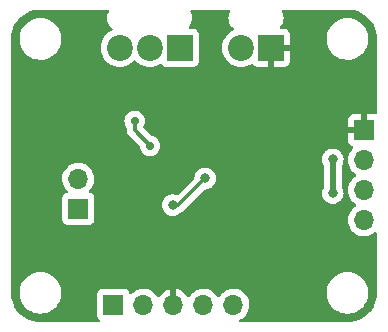
<source format=gbr>
%TF.GenerationSoftware,KiCad,Pcbnew,(6.0.8)*%
%TF.CreationDate,2023-04-06T01:35:20-05:00*%
%TF.ProjectId,Sensor_fixed_mosfet_pins,53656e73-6f72-45f6-9669-7865645f6d6f,rev?*%
%TF.SameCoordinates,Original*%
%TF.FileFunction,Copper,L2,Bot*%
%TF.FilePolarity,Positive*%
%FSLAX46Y46*%
G04 Gerber Fmt 4.6, Leading zero omitted, Abs format (unit mm)*
G04 Created by KiCad (PCBNEW (6.0.8)) date 2023-04-06 01:35:20*
%MOMM*%
%LPD*%
G01*
G04 APERTURE LIST*
%TA.AperFunction,ComponentPad*%
%ADD10R,1.700000X1.700000*%
%TD*%
%TA.AperFunction,ComponentPad*%
%ADD11O,1.700000X1.700000*%
%TD*%
%TA.AperFunction,ComponentPad*%
%ADD12R,2.200000X2.200000*%
%TD*%
%TA.AperFunction,ComponentPad*%
%ADD13C,2.200000*%
%TD*%
%TA.AperFunction,ViaPad*%
%ADD14C,0.800000*%
%TD*%
%TA.AperFunction,ViaPad*%
%ADD15C,0.700000*%
%TD*%
%TA.AperFunction,Conductor*%
%ADD16C,0.500000*%
%TD*%
%TA.AperFunction,Conductor*%
%ADD17C,0.300000*%
%TD*%
G04 APERTURE END LIST*
D10*
%TO.P,J2,1,Pin_1*%
%TO.N,MCLR*%
X-24825000Y74500000D03*
D11*
%TO.P,J2,2,Pin_2*%
%TO.N,+3.3V*%
X-22285000Y74500000D03*
%TO.P,J2,3,Pin_3*%
%TO.N,GND*%
X-19745000Y74500000D03*
%TO.P,J2,4,Pin_4*%
%TO.N,DATA*%
X-17205000Y74500000D03*
%TO.P,J2,5,Pin_5*%
%TO.N,CLK*%
X-14665000Y74500000D03*
%TD*%
D12*
%TO.P,J1,1,Pin_1*%
%TO.N,RA4*%
X-19210000Y96250000D03*
D13*
%TO.P,J1,2,Pin_2*%
%TO.N,RA5*%
X-21750000Y96250000D03*
%TO.P,J1,3,Pin_3*%
%TO.N,+3.3V*%
X-24290000Y96250000D03*
%TD*%
D10*
%TO.P,J4,1,Pin_1*%
%TO.N,GND*%
X-3600000Y89280000D03*
D11*
%TO.P,J4,2,Pin_2*%
%TO.N,STX*%
X-3600000Y86740000D03*
%TO.P,J4,3,Pin_3*%
%TO.N,SRX*%
X-3600000Y84200000D03*
%TO.P,J4,4,Pin_4*%
%TO.N,+5V*%
X-3600000Y81660000D03*
%TD*%
D12*
%TO.P,J3,1,Pin_1*%
%TO.N,GND*%
X-11480000Y96250000D03*
D13*
%TO.P,J3,2,Pin_2*%
%TO.N,+5V*%
X-14020000Y96250000D03*
%TD*%
D10*
%TO.P,JP1,1,A*%
%TO.N,Net-(C2-Pad1)*%
X-27800000Y82625000D03*
D11*
%TO.P,JP1,2,B*%
%TO.N,Net-(JP1-Pad2)*%
X-27800000Y85165000D03*
%TD*%
D14*
%TO.N,GND*%
X-19800000Y90200000D03*
X-30500000Y86250000D03*
%TO.N,+5V*%
X-6250000Y86803500D03*
X-6250000Y83946500D03*
D15*
%TO.N,+3.3V*%
X-23032806Y90053500D03*
D14*
X-17056839Y85193161D03*
D15*
X-21719060Y87942541D03*
D14*
X-19818161Y82931839D03*
%TD*%
D16*
%TO.N,+5V*%
X-6250000Y86803500D02*
X-6250000Y83946500D01*
D17*
%TO.N,+3.3V*%
X-19318161Y82931839D02*
X-19818161Y82931839D01*
X-23032806Y89256287D02*
X-21719060Y87942541D01*
X-17056839Y85193161D02*
X-19318161Y82931839D01*
X-23032806Y90053500D02*
X-23032806Y89256287D01*
%TD*%
%TA.AperFunction,Conductor*%
%TO.N,GND*%
G36*
X-25257320Y99471498D02*
G01*
X-25210827Y99417842D01*
X-25200723Y99347568D01*
X-25214605Y99305572D01*
X-25267584Y99207590D01*
X-25267586Y99207585D01*
X-25270514Y99202170D01*
X-25331898Y99003871D01*
X-25332542Y98997746D01*
X-25332542Y98997745D01*
X-25334074Y98983164D01*
X-25353596Y98797425D01*
X-25351687Y98776446D01*
X-25340867Y98657564D01*
X-25334782Y98590697D01*
X-25333044Y98584791D01*
X-25333043Y98584787D01*
X-25328339Y98568804D01*
X-25276173Y98391560D01*
X-25180001Y98207600D01*
X-25049929Y98045823D01*
X-25045211Y98041865D01*
X-25045209Y98041862D01*
X-24914119Y97931864D01*
X-24874793Y97872755D01*
X-24873667Y97801767D01*
X-24911098Y97741439D01*
X-24946892Y97718935D01*
X-24948460Y97718285D01*
X-25017928Y97689511D01*
X-25017932Y97689509D01*
X-25022502Y97687616D01*
X-25238376Y97555328D01*
X-25430898Y97390898D01*
X-25595328Y97198376D01*
X-25727616Y96982502D01*
X-25729509Y96977932D01*
X-25729511Y96977928D01*
X-25822611Y96753164D01*
X-25824505Y96748591D01*
X-25825660Y96743779D01*
X-25882151Y96508475D01*
X-25883609Y96502403D01*
X-25903474Y96250000D01*
X-25883609Y95997597D01*
X-25882455Y95992790D01*
X-25882454Y95992784D01*
X-25857016Y95886829D01*
X-25824505Y95751409D01*
X-25822612Y95746838D01*
X-25822611Y95746836D01*
X-25736128Y95538049D01*
X-25727616Y95517498D01*
X-25595328Y95301624D01*
X-25430898Y95109102D01*
X-25238376Y94944672D01*
X-25022502Y94812384D01*
X-25017932Y94810491D01*
X-25017928Y94810489D01*
X-24947599Y94781358D01*
X-24788591Y94715495D01*
X-24708358Y94696233D01*
X-24547216Y94657546D01*
X-24547210Y94657545D01*
X-24542403Y94656391D01*
X-24290000Y94636526D01*
X-24037597Y94656391D01*
X-24032790Y94657545D01*
X-24032784Y94657546D01*
X-23871642Y94696233D01*
X-23791409Y94715495D01*
X-23632401Y94781358D01*
X-23562072Y94810489D01*
X-23562068Y94810491D01*
X-23557498Y94812384D01*
X-23341624Y94944672D01*
X-23149102Y95109102D01*
X-23145894Y95112858D01*
X-23145887Y95112865D01*
X-23115810Y95148080D01*
X-23056359Y95186889D01*
X-22985365Y95187395D01*
X-22924190Y95148080D01*
X-22894113Y95112865D01*
X-22894106Y95112858D01*
X-22890898Y95109102D01*
X-22698376Y94944672D01*
X-22482502Y94812384D01*
X-22477932Y94810491D01*
X-22477928Y94810489D01*
X-22407599Y94781358D01*
X-22248591Y94715495D01*
X-22168358Y94696233D01*
X-22007216Y94657546D01*
X-22007210Y94657545D01*
X-22002403Y94656391D01*
X-21750000Y94636526D01*
X-21497597Y94656391D01*
X-21492790Y94657545D01*
X-21492784Y94657546D01*
X-21331642Y94696233D01*
X-21251409Y94715495D01*
X-21092401Y94781358D01*
X-21022072Y94810489D01*
X-21022068Y94810491D01*
X-21017498Y94812384D01*
X-20892614Y94888913D01*
X-20824080Y94907451D01*
X-20756404Y94885995D01*
X-20725954Y94857047D01*
X-20673261Y94786739D01*
X-20556705Y94699385D01*
X-20420316Y94648255D01*
X-20358134Y94641500D01*
X-18061866Y94641500D01*
X-17999684Y94648255D01*
X-17863295Y94699385D01*
X-17746739Y94786739D01*
X-17659385Y94903295D01*
X-17608255Y95039684D01*
X-17601500Y95101866D01*
X-17601500Y97398134D01*
X-17608255Y97460316D01*
X-17659385Y97596705D01*
X-17746739Y97713261D01*
X-17863295Y97800615D01*
X-17999684Y97851745D01*
X-18061866Y97858500D01*
X-18339022Y97858500D01*
X-18407143Y97878502D01*
X-18453636Y97932158D01*
X-18463740Y98002432D01*
X-18436106Y98064816D01*
X-18432151Y98069596D01*
X-18328217Y98195230D01*
X-18324124Y98202799D01*
X-18232416Y98372410D01*
X-18232414Y98372415D01*
X-18229486Y98377830D01*
X-18168102Y98576129D01*
X-18166293Y98593340D01*
X-18147048Y98776446D01*
X-18147048Y98776448D01*
X-18146404Y98782575D01*
X-18165218Y98989303D01*
X-18167702Y98997745D01*
X-18222088Y99182531D01*
X-18223827Y99188440D01*
X-18285874Y99307125D01*
X-18299708Y99376760D01*
X-18273698Y99442821D01*
X-18216102Y99484333D01*
X-18174212Y99491500D01*
X-15055441Y99491500D01*
X-14987320Y99471498D01*
X-14940827Y99417842D01*
X-14930723Y99347568D01*
X-14944605Y99305572D01*
X-14997584Y99207590D01*
X-14997586Y99207585D01*
X-15000514Y99202170D01*
X-15061898Y99003871D01*
X-15062542Y98997746D01*
X-15062542Y98997745D01*
X-15064074Y98983164D01*
X-15083596Y98797425D01*
X-15081687Y98776446D01*
X-15070867Y98657564D01*
X-15064782Y98590697D01*
X-15063044Y98584791D01*
X-15063043Y98584787D01*
X-15058339Y98568804D01*
X-15006173Y98391560D01*
X-14910001Y98207600D01*
X-14779929Y98045823D01*
X-14775211Y98041865D01*
X-14775209Y98041862D01*
X-14644119Y97931864D01*
X-14604793Y97872755D01*
X-14603667Y97801767D01*
X-14641098Y97741439D01*
X-14676892Y97718935D01*
X-14678460Y97718285D01*
X-14747928Y97689511D01*
X-14747932Y97689509D01*
X-14752502Y97687616D01*
X-14968376Y97555328D01*
X-15160898Y97390898D01*
X-15325328Y97198376D01*
X-15457616Y96982502D01*
X-15459509Y96977932D01*
X-15459511Y96977928D01*
X-15552611Y96753164D01*
X-15554505Y96748591D01*
X-15555660Y96743779D01*
X-15612151Y96508475D01*
X-15613609Y96502403D01*
X-15633474Y96250000D01*
X-15613609Y95997597D01*
X-15612455Y95992790D01*
X-15612454Y95992784D01*
X-15587016Y95886829D01*
X-15554505Y95751409D01*
X-15552612Y95746838D01*
X-15552611Y95746836D01*
X-15466128Y95538049D01*
X-15457616Y95517498D01*
X-15325328Y95301624D01*
X-15160898Y95109102D01*
X-14968376Y94944672D01*
X-14752502Y94812384D01*
X-14747932Y94810491D01*
X-14747928Y94810489D01*
X-14677599Y94781358D01*
X-14518591Y94715495D01*
X-14438358Y94696233D01*
X-14277216Y94657546D01*
X-14277210Y94657545D01*
X-14272403Y94656391D01*
X-14020000Y94636526D01*
X-13767597Y94656391D01*
X-13762790Y94657545D01*
X-13762784Y94657546D01*
X-13601642Y94696233D01*
X-13521409Y94715495D01*
X-13362401Y94781358D01*
X-13292072Y94810489D01*
X-13292068Y94810491D01*
X-13287498Y94812384D01*
X-13283278Y94814970D01*
X-13283268Y94814975D01*
X-13162186Y94889175D01*
X-13093653Y94907714D01*
X-13025976Y94886258D01*
X-12995525Y94857308D01*
X-12948285Y94794276D01*
X-12935724Y94781715D01*
X-12833649Y94705214D01*
X-12818054Y94696676D01*
X-12697606Y94651522D01*
X-12682351Y94647895D01*
X-12631486Y94642369D01*
X-12624672Y94642000D01*
X-11752115Y94642000D01*
X-11736876Y94646475D01*
X-11735671Y94647865D01*
X-11734000Y94655548D01*
X-11734000Y94660116D01*
X-11226000Y94660116D01*
X-11221525Y94644877D01*
X-11220135Y94643672D01*
X-11212452Y94642001D01*
X-10335331Y94642001D01*
X-10328510Y94642371D01*
X-10277648Y94647895D01*
X-10262396Y94651521D01*
X-10141946Y94696676D01*
X-10126351Y94705214D01*
X-10024276Y94781715D01*
X-10011715Y94794276D01*
X-9935214Y94896351D01*
X-9926676Y94911946D01*
X-9881522Y95032394D01*
X-9877895Y95047649D01*
X-9872369Y95098514D01*
X-9872000Y95105328D01*
X-9872000Y95977885D01*
X-9876475Y95993124D01*
X-9877865Y95994329D01*
X-9885548Y95996000D01*
X-11207885Y95996000D01*
X-11223124Y95991525D01*
X-11224329Y95990135D01*
X-11226000Y95982452D01*
X-11226000Y94660116D01*
X-11734000Y94660116D01*
X-11734000Y96378000D01*
X-11713998Y96446121D01*
X-11660342Y96492614D01*
X-11608000Y96504000D01*
X-9890116Y96504000D01*
X-9874877Y96508475D01*
X-9873672Y96509865D01*
X-9872001Y96517548D01*
X-9872001Y96892345D01*
X-6760142Y96892345D01*
X-6724896Y96633362D01*
X-6723588Y96628876D01*
X-6723588Y96628874D01*
X-6703902Y96561336D01*
X-6651757Y96382433D01*
X-6542332Y96145072D01*
X-6539769Y96141163D01*
X-6401590Y95930404D01*
X-6401586Y95930399D01*
X-6399024Y95926491D01*
X-6224982Y95731494D01*
X-6024030Y95564363D01*
X-6020027Y95561934D01*
X-5804578Y95431196D01*
X-5804574Y95431194D01*
X-5800581Y95428771D01*
X-5559545Y95327697D01*
X-5306217Y95263359D01*
X-5301566Y95262891D01*
X-5301562Y95262890D01*
X-5108692Y95243469D01*
X-5089133Y95241500D01*
X-4933646Y95241500D01*
X-4931321Y95241673D01*
X-4931315Y95241673D01*
X-4744000Y95255593D01*
X-4743996Y95255594D01*
X-4739348Y95255939D01*
X-4734800Y95256968D01*
X-4734794Y95256969D01*
X-4518828Y95305838D01*
X-4484423Y95313623D01*
X-4448231Y95327697D01*
X-4245176Y95406660D01*
X-4245173Y95406661D01*
X-4240823Y95408353D01*
X-4013902Y95538049D01*
X-3808643Y95699862D01*
X-3629557Y95890237D01*
X-3480576Y96104991D01*
X-3411497Y96245070D01*
X-3367040Y96335219D01*
X-3367039Y96335222D01*
X-3364975Y96339407D01*
X-3285293Y96588335D01*
X-3243279Y96846307D01*
X-3239858Y97107655D01*
X-3275104Y97366638D01*
X-3289527Y97416123D01*
X-3339846Y97588757D01*
X-3348243Y97617567D01*
X-3457668Y97854928D01*
X-3551030Y97997329D01*
X-3598410Y98069596D01*
X-3598414Y98069601D01*
X-3600976Y98073509D01*
X-3775018Y98268506D01*
X-3975970Y98435637D01*
X-4023156Y98464270D01*
X-4195422Y98568804D01*
X-4195426Y98568806D01*
X-4199419Y98571229D01*
X-4440455Y98672303D01*
X-4693783Y98736641D01*
X-4698434Y98737109D01*
X-4698438Y98737110D01*
X-4907729Y98758184D01*
X-4910867Y98758500D01*
X-5066354Y98758500D01*
X-5068679Y98758327D01*
X-5068685Y98758327D01*
X-5256000Y98744407D01*
X-5256004Y98744406D01*
X-5260652Y98744061D01*
X-5265200Y98743032D01*
X-5265206Y98743031D01*
X-5451601Y98700853D01*
X-5515577Y98686377D01*
X-5519929Y98684685D01*
X-5519931Y98684684D01*
X-5754824Y98593340D01*
X-5754827Y98593339D01*
X-5759177Y98591647D01*
X-5763231Y98589330D01*
X-5763233Y98589329D01*
X-5799144Y98568804D01*
X-5986098Y98461951D01*
X-6191357Y98300138D01*
X-6370443Y98109763D01*
X-6476116Y97957437D01*
X-6513126Y97904087D01*
X-6519424Y97895009D01*
X-6521490Y97890819D01*
X-6521492Y97890816D01*
X-6622976Y97685025D01*
X-6635025Y97660593D01*
X-6636447Y97656150D01*
X-6636448Y97656148D01*
X-6701683Y97452352D01*
X-6714707Y97411665D01*
X-6756721Y97153693D01*
X-6756782Y97149020D01*
X-6758698Y97002625D01*
X-6760142Y96892345D01*
X-9872001Y96892345D01*
X-9872001Y97394669D01*
X-9872371Y97401490D01*
X-9877895Y97452352D01*
X-9881521Y97467604D01*
X-9926676Y97588054D01*
X-9935214Y97603649D01*
X-10011715Y97705724D01*
X-10024276Y97718285D01*
X-10126351Y97794786D01*
X-10141946Y97803324D01*
X-10262394Y97848478D01*
X-10277649Y97852105D01*
X-10328514Y97857631D01*
X-10335328Y97858000D01*
X-10609435Y97858000D01*
X-10677556Y97878002D01*
X-10724049Y97931658D01*
X-10734153Y98001932D01*
X-10706519Y98064316D01*
X-10602145Y98190482D01*
X-10598217Y98195230D01*
X-10594124Y98202799D01*
X-10502416Y98372410D01*
X-10502414Y98372415D01*
X-10499486Y98377830D01*
X-10438102Y98576129D01*
X-10436293Y98593340D01*
X-10417048Y98776446D01*
X-10417048Y98776448D01*
X-10416404Y98782575D01*
X-10435218Y98989303D01*
X-10437702Y98997745D01*
X-10492088Y99182531D01*
X-10493827Y99188440D01*
X-10555874Y99307125D01*
X-10569708Y99376760D01*
X-10543698Y99442821D01*
X-10486102Y99484333D01*
X-10444212Y99491500D01*
X-5049367Y99491500D01*
X-5029982Y99490000D01*
X-5015149Y99487690D01*
X-5015145Y99487690D01*
X-5006276Y99486309D01*
X-4989077Y99488558D01*
X-4965137Y99489391D01*
X-4707290Y99473794D01*
X-4692186Y99471960D01*
X-4411243Y99420475D01*
X-4396470Y99416834D01*
X-4123771Y99331858D01*
X-4109553Y99326466D01*
X-3891779Y99228453D01*
X-3849094Y99209242D01*
X-3835622Y99202172D01*
X-3803132Y99182531D01*
X-3591191Y99054408D01*
X-3578669Y99045765D01*
X-3353824Y98869610D01*
X-3342436Y98859520D01*
X-3140480Y98657564D01*
X-3130390Y98646176D01*
X-2954235Y98421331D01*
X-2945592Y98408809D01*
X-2797829Y98164379D01*
X-2790759Y98150908D01*
X-2673700Y97890816D01*
X-2673536Y97890451D01*
X-2668142Y97876229D01*
X-2609368Y97687616D01*
X-2583166Y97603530D01*
X-2579525Y97588757D01*
X-2528040Y97307814D01*
X-2526206Y97292710D01*
X-2511047Y97042096D01*
X-2512308Y97015284D01*
X-2512310Y97015148D01*
X-2513691Y97006276D01*
X-2512527Y96997374D01*
X-2512527Y96997372D01*
X-2509564Y96974717D01*
X-2508500Y96958379D01*
X-2508500Y90757418D01*
X-2528502Y90689297D01*
X-2582158Y90642804D01*
X-2648108Y90632155D01*
X-2698514Y90637631D01*
X-2705328Y90638000D01*
X-3327885Y90638000D01*
X-3343124Y90633525D01*
X-3344329Y90632135D01*
X-3346000Y90624452D01*
X-3346000Y89152000D01*
X-3366002Y89083879D01*
X-3419658Y89037386D01*
X-3472000Y89026000D01*
X-4939884Y89026000D01*
X-4955123Y89021525D01*
X-4956328Y89020135D01*
X-4957999Y89012452D01*
X-4957999Y88385331D01*
X-4957629Y88378510D01*
X-4952105Y88327648D01*
X-4948479Y88312396D01*
X-4903324Y88191946D01*
X-4894786Y88176351D01*
X-4818285Y88074276D01*
X-4805724Y88061715D01*
X-4703649Y87985214D01*
X-4688054Y87976676D01*
X-4579173Y87935858D01*
X-4522409Y87893216D01*
X-4497709Y87826655D01*
X-4512917Y87757306D01*
X-4532309Y87730825D01*
X-4586931Y87673666D01*
X-4659371Y87597862D01*
X-4662285Y87593590D01*
X-4662286Y87593589D01*
X-4735508Y87486249D01*
X-4785257Y87413320D01*
X-4879312Y87210695D01*
X-4939011Y86995430D01*
X-4962749Y86773305D01*
X-4962452Y86768152D01*
X-4962452Y86768149D01*
X-4953539Y86613572D01*
X-4949890Y86550285D01*
X-4948753Y86545239D01*
X-4948752Y86545233D01*
X-4934916Y86483839D01*
X-4900778Y86332361D01*
X-4816734Y86125384D01*
X-4777865Y86061955D01*
X-4731910Y85986964D01*
X-4700013Y85934912D01*
X-4553750Y85766062D01*
X-4381874Y85623368D01*
X-4353499Y85606787D01*
X-4308555Y85580524D01*
X-4259831Y85528886D01*
X-4246760Y85459103D01*
X-4273491Y85393331D01*
X-4313945Y85359973D01*
X-4326393Y85353493D01*
X-4330526Y85350390D01*
X-4330529Y85350388D01*
X-4500900Y85222470D01*
X-4505035Y85219365D01*
X-4659371Y85057862D01*
X-4662285Y85053590D01*
X-4662286Y85053589D01*
X-4692159Y85009796D01*
X-4785257Y84873320D01*
X-4879312Y84670695D01*
X-4939011Y84455430D01*
X-4962749Y84233305D01*
X-4962452Y84228152D01*
X-4962452Y84228149D01*
X-4952086Y84048368D01*
X-4949890Y84010285D01*
X-4948753Y84005239D01*
X-4948752Y84005233D01*
X-4940561Y83968888D01*
X-4900778Y83792361D01*
X-4839327Y83641024D01*
X-4828592Y83614588D01*
X-4816734Y83585384D01*
X-4700013Y83394912D01*
X-4553750Y83226062D01*
X-4381874Y83083368D01*
X-4353499Y83066787D01*
X-4308555Y83040524D01*
X-4259831Y82988886D01*
X-4246760Y82919103D01*
X-4273491Y82853331D01*
X-4313945Y82819973D01*
X-4326393Y82813493D01*
X-4330526Y82810390D01*
X-4330529Y82810388D01*
X-4500900Y82682470D01*
X-4505035Y82679365D01*
X-4508607Y82675627D01*
X-4612826Y82566568D01*
X-4659371Y82517862D01*
X-4662285Y82513590D01*
X-4662286Y82513589D01*
X-4702862Y82454107D01*
X-4785257Y82333320D01*
X-4805850Y82288956D01*
X-4875904Y82138036D01*
X-4879312Y82130695D01*
X-4939011Y81915430D01*
X-4962749Y81693305D01*
X-4962452Y81688152D01*
X-4962452Y81688149D01*
X-4950188Y81475453D01*
X-4949890Y81470285D01*
X-4948753Y81465239D01*
X-4948752Y81465233D01*
X-4938314Y81418919D01*
X-4900778Y81252361D01*
X-4816734Y81045384D01*
X-4700013Y80854912D01*
X-4553750Y80686062D01*
X-4381874Y80543368D01*
X-4189000Y80430662D01*
X-3980308Y80350970D01*
X-3975240Y80349939D01*
X-3975237Y80349938D01*
X-3867983Y80328117D01*
X-3761403Y80306433D01*
X-3756228Y80306243D01*
X-3756226Y80306243D01*
X-3543327Y80298436D01*
X-3543323Y80298436D01*
X-3538163Y80298247D01*
X-3533043Y80298903D01*
X-3533041Y80298903D01*
X-3321712Y80325975D01*
X-3321711Y80325975D01*
X-3316584Y80326632D01*
X-3311634Y80328117D01*
X-3107571Y80389339D01*
X-3107566Y80389341D01*
X-3102616Y80390826D01*
X-2902006Y80489104D01*
X-2720140Y80618827D01*
X-2716478Y80622476D01*
X-2715825Y80623028D01*
X-2650883Y80651717D01*
X-2580740Y80640742D01*
X-2527665Y80593587D01*
X-2508500Y80526787D01*
X-2508500Y75549367D01*
X-2510000Y75529982D01*
X-2512310Y75515149D01*
X-2512310Y75515145D01*
X-2513691Y75506276D01*
X-2511923Y75492760D01*
X-2511442Y75489081D01*
X-2510609Y75465137D01*
X-2526206Y75207290D01*
X-2528040Y75192186D01*
X-2579525Y74911243D01*
X-2583166Y74896470D01*
X-2637333Y74722639D01*
X-2668140Y74623776D01*
X-2673534Y74609553D01*
X-2752810Y74433410D01*
X-2790758Y74349094D01*
X-2797829Y74335621D01*
X-2945592Y74091191D01*
X-2954235Y74078669D01*
X-3130390Y73853824D01*
X-3140480Y73842436D01*
X-3342436Y73640480D01*
X-3353824Y73630390D01*
X-3576634Y73455829D01*
X-3578669Y73454235D01*
X-3591190Y73445593D01*
X-3835621Y73297829D01*
X-3849092Y73290759D01*
X-4109553Y73173534D01*
X-4123771Y73168142D01*
X-4317904Y73107648D01*
X-4396470Y73083166D01*
X-4411243Y73079525D01*
X-4692186Y73028040D01*
X-4707290Y73026206D01*
X-4957904Y73011047D01*
X-4984716Y73012308D01*
X-4984852Y73012310D01*
X-4993724Y73013691D01*
X-5002626Y73012527D01*
X-5002628Y73012527D01*
X-5017293Y73010609D01*
X-5025286Y73009564D01*
X-5041621Y73008500D01*
X-14077840Y73008500D01*
X-14145961Y73028502D01*
X-14192454Y73082158D01*
X-14202558Y73152432D01*
X-14173064Y73217012D01*
X-14133272Y73247651D01*
X-13971654Y73326827D01*
X-13967006Y73329104D01*
X-13785140Y73458827D01*
X-13626904Y73616511D01*
X-13613556Y73635086D01*
X-13499565Y73793723D01*
X-13496547Y73797923D01*
X-13488787Y73813623D01*
X-13399864Y73993547D01*
X-13399863Y73993549D01*
X-13397570Y73998189D01*
X-13332630Y74211931D01*
X-13303471Y74433410D01*
X-13301844Y74500000D01*
X-13320148Y74722639D01*
X-13374569Y74939298D01*
X-13463646Y75144160D01*
X-13584986Y75331723D01*
X-13640148Y75392345D01*
X-6760142Y75392345D01*
X-6724896Y75133362D01*
X-6723588Y75128876D01*
X-6723588Y75128874D01*
X-6703902Y75061336D01*
X-6651757Y74882433D01*
X-6542332Y74645072D01*
X-6539769Y74641163D01*
X-6401590Y74430404D01*
X-6401586Y74430399D01*
X-6399024Y74426491D01*
X-6224982Y74231494D01*
X-6024030Y74064363D01*
X-6020027Y74061934D01*
X-5804578Y73931196D01*
X-5804574Y73931194D01*
X-5800581Y73928771D01*
X-5559545Y73827697D01*
X-5306217Y73763359D01*
X-5301566Y73762891D01*
X-5301562Y73762890D01*
X-5108692Y73743469D01*
X-5089133Y73741500D01*
X-4933646Y73741500D01*
X-4931321Y73741673D01*
X-4931315Y73741673D01*
X-4744000Y73755593D01*
X-4743996Y73755594D01*
X-4739348Y73755939D01*
X-4734800Y73756968D01*
X-4734794Y73756969D01*
X-4533305Y73802562D01*
X-4484423Y73813623D01*
X-4455537Y73824856D01*
X-4245176Y73906660D01*
X-4245173Y73906661D01*
X-4240823Y73908353D01*
X-4013902Y74038049D01*
X-3808643Y74199862D01*
X-3629557Y74390237D01*
X-3480576Y74604991D01*
X-3458716Y74649318D01*
X-3367040Y74835219D01*
X-3367039Y74835222D01*
X-3364975Y74839407D01*
X-3285293Y75088335D01*
X-3243279Y75346307D01*
X-3241307Y75496949D01*
X-3239919Y75602978D01*
X-3239919Y75602981D01*
X-3239858Y75607655D01*
X-3275104Y75866638D01*
X-3289527Y75916123D01*
X-3346932Y76113068D01*
X-3348243Y76117567D01*
X-3457668Y76354928D01*
X-3490481Y76404976D01*
X-3598410Y76569596D01*
X-3598414Y76569601D01*
X-3600976Y76573509D01*
X-3775018Y76768506D01*
X-3975970Y76935637D01*
X-4023156Y76964270D01*
X-4195422Y77068804D01*
X-4195426Y77068806D01*
X-4199419Y77071229D01*
X-4440455Y77172303D01*
X-4693783Y77236641D01*
X-4698434Y77237109D01*
X-4698438Y77237110D01*
X-4907729Y77258184D01*
X-4910867Y77258500D01*
X-5066354Y77258500D01*
X-5068679Y77258327D01*
X-5068685Y77258327D01*
X-5256000Y77244407D01*
X-5256004Y77244406D01*
X-5260652Y77244061D01*
X-5265200Y77243032D01*
X-5265206Y77243031D01*
X-5451601Y77200853D01*
X-5515577Y77186377D01*
X-5519929Y77184685D01*
X-5519931Y77184684D01*
X-5754824Y77093340D01*
X-5754827Y77093339D01*
X-5759177Y77091647D01*
X-5986098Y76961951D01*
X-6191357Y76800138D01*
X-6370443Y76609763D01*
X-6519424Y76395009D01*
X-6635025Y76160593D01*
X-6714707Y75911665D01*
X-6756721Y75653693D01*
X-6756782Y75649020D01*
X-6759584Y75434936D01*
X-6760142Y75392345D01*
X-13640148Y75392345D01*
X-13735330Y75496949D01*
X-13739381Y75500148D01*
X-13739385Y75500152D01*
X-13906586Y75632200D01*
X-13906590Y75632202D01*
X-13910641Y75635402D01*
X-13946972Y75655458D01*
X-13962864Y75664231D01*
X-14106211Y75743362D01*
X-14111080Y75745086D01*
X-14111084Y75745088D01*
X-14311913Y75816205D01*
X-14311917Y75816206D01*
X-14316788Y75817931D01*
X-14321881Y75818838D01*
X-14321884Y75818839D01*
X-14531627Y75856200D01*
X-14531633Y75856201D01*
X-14536716Y75857106D01*
X-14610548Y75858008D01*
X-14754919Y75859772D01*
X-14754921Y75859772D01*
X-14760089Y75859835D01*
X-14980909Y75826045D01*
X-15193244Y75756643D01*
X-15266243Y75718642D01*
X-15382143Y75658308D01*
X-15391393Y75653493D01*
X-15395526Y75650390D01*
X-15395529Y75650388D01*
X-15562153Y75525283D01*
X-15570035Y75519365D01*
X-15619393Y75467715D01*
X-15681271Y75402963D01*
X-15724371Y75357862D01*
X-15831799Y75200379D01*
X-15886707Y75155379D01*
X-15957232Y75147208D01*
X-16020979Y75178462D01*
X-16041676Y75202946D01*
X-16122178Y75327383D01*
X-16122180Y75327386D01*
X-16124986Y75331723D01*
X-16275330Y75496949D01*
X-16279381Y75500148D01*
X-16279385Y75500152D01*
X-16446586Y75632200D01*
X-16446590Y75632202D01*
X-16450641Y75635402D01*
X-16486972Y75655458D01*
X-16502864Y75664231D01*
X-16646211Y75743362D01*
X-16651080Y75745086D01*
X-16651084Y75745088D01*
X-16851913Y75816205D01*
X-16851917Y75816206D01*
X-16856788Y75817931D01*
X-16861881Y75818838D01*
X-16861884Y75818839D01*
X-17071627Y75856200D01*
X-17071633Y75856201D01*
X-17076716Y75857106D01*
X-17150548Y75858008D01*
X-17294919Y75859772D01*
X-17294921Y75859772D01*
X-17300089Y75859835D01*
X-17520909Y75826045D01*
X-17733244Y75756643D01*
X-17806243Y75718642D01*
X-17922143Y75658308D01*
X-17931393Y75653493D01*
X-17935526Y75650390D01*
X-17935529Y75650388D01*
X-18102153Y75525283D01*
X-18110035Y75519365D01*
X-18159393Y75467715D01*
X-18221271Y75402963D01*
X-18264371Y75357862D01*
X-18267280Y75353597D01*
X-18267286Y75353589D01*
X-18279596Y75335543D01*
X-18371796Y75200382D01*
X-18372102Y75199934D01*
X-18427013Y75154931D01*
X-18497538Y75146760D01*
X-18561285Y75178014D01*
X-18581982Y75202498D01*
X-18662574Y75327074D01*
X-18668864Y75335243D01*
X-18812194Y75492760D01*
X-18819727Y75499785D01*
X-18986861Y75631778D01*
X-18995448Y75637483D01*
X-19181883Y75740401D01*
X-19191295Y75744631D01*
X-19392041Y75815720D01*
X-19402012Y75818354D01*
X-19473163Y75831028D01*
X-19486460Y75829568D01*
X-19491000Y75815011D01*
X-19491000Y74372000D01*
X-19511002Y74303879D01*
X-19564658Y74257386D01*
X-19617000Y74246000D01*
X-19873000Y74246000D01*
X-19941121Y74266002D01*
X-19987614Y74319658D01*
X-19999000Y74372000D01*
X-19999000Y75816898D01*
X-20002918Y75830242D01*
X-20017194Y75832229D01*
X-20055676Y75826340D01*
X-20065712Y75823949D01*
X-20268132Y75757788D01*
X-20277641Y75753791D01*
X-20466537Y75655458D01*
X-20475262Y75649964D01*
X-20645567Y75522095D01*
X-20653274Y75515252D01*
X-20800410Y75361283D01*
X-20806891Y75353278D01*
X-20911502Y75199926D01*
X-20966413Y75154924D01*
X-21036938Y75146753D01*
X-21100685Y75178007D01*
X-21121382Y75202491D01*
X-21202178Y75327383D01*
X-21202180Y75327386D01*
X-21204986Y75331723D01*
X-21355330Y75496949D01*
X-21359381Y75500148D01*
X-21359385Y75500152D01*
X-21526586Y75632200D01*
X-21526590Y75632202D01*
X-21530641Y75635402D01*
X-21566972Y75655458D01*
X-21582864Y75664231D01*
X-21726211Y75743362D01*
X-21731080Y75745086D01*
X-21731084Y75745088D01*
X-21931913Y75816205D01*
X-21931917Y75816206D01*
X-21936788Y75817931D01*
X-21941881Y75818838D01*
X-21941884Y75818839D01*
X-22151627Y75856200D01*
X-22151633Y75856201D01*
X-22156716Y75857106D01*
X-22230548Y75858008D01*
X-22374919Y75859772D01*
X-22374921Y75859772D01*
X-22380089Y75859835D01*
X-22600909Y75826045D01*
X-22813244Y75756643D01*
X-22886243Y75718642D01*
X-23002143Y75658308D01*
X-23011393Y75653493D01*
X-23015526Y75650390D01*
X-23015529Y75650388D01*
X-23182153Y75525283D01*
X-23190035Y75519365D01*
X-23248768Y75457904D01*
X-23270717Y75434936D01*
X-23332241Y75399506D01*
X-23403154Y75402963D01*
X-23460940Y75444209D01*
X-23479793Y75477757D01*
X-23521233Y75588297D01*
X-23524385Y75596705D01*
X-23611739Y75713261D01*
X-23728295Y75800615D01*
X-23864684Y75851745D01*
X-23926866Y75858500D01*
X-25723134Y75858500D01*
X-25785316Y75851745D01*
X-25921705Y75800615D01*
X-26038261Y75713261D01*
X-26125615Y75596705D01*
X-26176745Y75460316D01*
X-26183500Y75398134D01*
X-26183500Y73601866D01*
X-26176745Y73539684D01*
X-26125615Y73403295D01*
X-26038261Y73286739D01*
X-26031081Y73281358D01*
X-26031080Y73281357D01*
X-25969661Y73235326D01*
X-25927146Y73178467D01*
X-25922120Y73107648D01*
X-25956180Y73045355D01*
X-26018511Y73011365D01*
X-26045226Y73008500D01*
X-30950633Y73008500D01*
X-30970018Y73010000D01*
X-30984851Y73012310D01*
X-30984855Y73012310D01*
X-30993724Y73013691D01*
X-31010923Y73011442D01*
X-31034863Y73010609D01*
X-31292710Y73026206D01*
X-31307814Y73028040D01*
X-31588757Y73079525D01*
X-31603530Y73083166D01*
X-31682096Y73107648D01*
X-31876229Y73168142D01*
X-31890447Y73173534D01*
X-32150908Y73290759D01*
X-32164379Y73297829D01*
X-32408810Y73445593D01*
X-32421331Y73454235D01*
X-32423365Y73455829D01*
X-32646176Y73630390D01*
X-32657564Y73640480D01*
X-32859520Y73842436D01*
X-32869610Y73853824D01*
X-33045765Y74078669D01*
X-33054408Y74091191D01*
X-33202171Y74335621D01*
X-33209242Y74349094D01*
X-33247190Y74433410D01*
X-33326466Y74609553D01*
X-33331860Y74623776D01*
X-33362666Y74722639D01*
X-33416834Y74896470D01*
X-33420475Y74911243D01*
X-33471960Y75192186D01*
X-33473794Y75207290D01*
X-33484988Y75392345D01*
X-32760142Y75392345D01*
X-32724896Y75133362D01*
X-32723588Y75128876D01*
X-32723588Y75128874D01*
X-32703902Y75061336D01*
X-32651757Y74882433D01*
X-32542332Y74645072D01*
X-32539769Y74641163D01*
X-32401590Y74430404D01*
X-32401586Y74430399D01*
X-32399024Y74426491D01*
X-32224982Y74231494D01*
X-32024030Y74064363D01*
X-32020027Y74061934D01*
X-31804578Y73931196D01*
X-31804574Y73931194D01*
X-31800581Y73928771D01*
X-31559545Y73827697D01*
X-31306217Y73763359D01*
X-31301566Y73762891D01*
X-31301562Y73762890D01*
X-31108692Y73743469D01*
X-31089133Y73741500D01*
X-30933646Y73741500D01*
X-30931321Y73741673D01*
X-30931315Y73741673D01*
X-30744000Y73755593D01*
X-30743996Y73755594D01*
X-30739348Y73755939D01*
X-30734800Y73756968D01*
X-30734794Y73756969D01*
X-30533305Y73802562D01*
X-30484423Y73813623D01*
X-30455537Y73824856D01*
X-30245176Y73906660D01*
X-30245173Y73906661D01*
X-30240823Y73908353D01*
X-30013902Y74038049D01*
X-29808643Y74199862D01*
X-29629557Y74390237D01*
X-29480576Y74604991D01*
X-29458716Y74649318D01*
X-29367040Y74835219D01*
X-29367039Y74835222D01*
X-29364975Y74839407D01*
X-29285293Y75088335D01*
X-29243279Y75346307D01*
X-29241307Y75496949D01*
X-29239919Y75602978D01*
X-29239919Y75602981D01*
X-29239858Y75607655D01*
X-29275104Y75866638D01*
X-29289527Y75916123D01*
X-29346932Y76113068D01*
X-29348243Y76117567D01*
X-29457668Y76354928D01*
X-29490481Y76404976D01*
X-29598410Y76569596D01*
X-29598414Y76569601D01*
X-29600976Y76573509D01*
X-29775018Y76768506D01*
X-29975970Y76935637D01*
X-30023156Y76964270D01*
X-30195422Y77068804D01*
X-30195426Y77068806D01*
X-30199419Y77071229D01*
X-30440455Y77172303D01*
X-30693783Y77236641D01*
X-30698434Y77237109D01*
X-30698438Y77237110D01*
X-30907729Y77258184D01*
X-30910867Y77258500D01*
X-31066354Y77258500D01*
X-31068679Y77258327D01*
X-31068685Y77258327D01*
X-31256000Y77244407D01*
X-31256004Y77244406D01*
X-31260652Y77244061D01*
X-31265200Y77243032D01*
X-31265206Y77243031D01*
X-31451601Y77200853D01*
X-31515577Y77186377D01*
X-31519929Y77184685D01*
X-31519931Y77184684D01*
X-31754824Y77093340D01*
X-31754827Y77093339D01*
X-31759177Y77091647D01*
X-31986098Y76961951D01*
X-32191357Y76800138D01*
X-32370443Y76609763D01*
X-32519424Y76395009D01*
X-32635025Y76160593D01*
X-32714707Y75911665D01*
X-32756721Y75653693D01*
X-32756782Y75649020D01*
X-32759584Y75434936D01*
X-32760142Y75392345D01*
X-33484988Y75392345D01*
X-33488953Y75457904D01*
X-33487692Y75484716D01*
X-33487690Y75484852D01*
X-33486309Y75493724D01*
X-33490436Y75525286D01*
X-33491500Y75541621D01*
X-33491500Y85198305D01*
X-29162749Y85198305D01*
X-29162452Y85193161D01*
X-29162452Y85193149D01*
X-29150188Y84980453D01*
X-29149890Y84975285D01*
X-29148753Y84970239D01*
X-29148752Y84970233D01*
X-29128881Y84882061D01*
X-29100778Y84757361D01*
X-29016734Y84550384D01*
X-29014035Y84545980D01*
X-28924185Y84399358D01*
X-28900013Y84359912D01*
X-28753750Y84191062D01*
X-28749770Y84187758D01*
X-28745019Y84183813D01*
X-28705384Y84124910D01*
X-28703887Y84053929D01*
X-28741003Y83993407D01*
X-28781275Y83968888D01*
X-28877249Y83932909D01*
X-28896705Y83925615D01*
X-29013261Y83838261D01*
X-29100615Y83721705D01*
X-29151745Y83585316D01*
X-29158500Y83523134D01*
X-29158500Y81726866D01*
X-29151745Y81664684D01*
X-29100615Y81528295D01*
X-29013261Y81411739D01*
X-28896705Y81324385D01*
X-28760316Y81273255D01*
X-28698134Y81266500D01*
X-26901866Y81266500D01*
X-26839684Y81273255D01*
X-26703295Y81324385D01*
X-26586739Y81411739D01*
X-26499385Y81528295D01*
X-26448255Y81664684D01*
X-26441500Y81726866D01*
X-26441500Y82931839D01*
X-20731665Y82931839D01*
X-20730975Y82925274D01*
X-20719226Y82813493D01*
X-20711703Y82741911D01*
X-20652688Y82560283D01*
X-20557201Y82394895D01*
X-20552783Y82389988D01*
X-20552782Y82389987D01*
X-20477128Y82305965D01*
X-20429414Y82252973D01*
X-20274913Y82140721D01*
X-20268885Y82138037D01*
X-20268883Y82138036D01*
X-20241182Y82125703D01*
X-20100449Y82063045D01*
X-20007049Y82043192D01*
X-19920105Y82024711D01*
X-19920100Y82024711D01*
X-19913648Y82023339D01*
X-19722674Y82023339D01*
X-19716222Y82024711D01*
X-19716217Y82024711D01*
X-19629273Y82043192D01*
X-19535873Y82063045D01*
X-19395140Y82125703D01*
X-19367439Y82138036D01*
X-19367437Y82138037D01*
X-19361409Y82140721D01*
X-19206908Y82252973D01*
X-19202486Y82257885D01*
X-19197584Y82262298D01*
X-19195949Y82260482D01*
X-19152291Y82286918D01*
X-19153098Y82288956D01*
X-19110140Y82305965D01*
X-19098930Y82309804D01*
X-19054561Y82322694D01*
X-19036096Y82333614D01*
X-19018356Y82342305D01*
X-18998405Y82350204D01*
X-18961032Y82377357D01*
X-18951113Y82383872D01*
X-18918184Y82403346D01*
X-18918180Y82403349D01*
X-18911354Y82407386D01*
X-18896190Y82422550D01*
X-18881156Y82435391D01*
X-18870218Y82443338D01*
X-18863804Y82447998D01*
X-18834358Y82483592D01*
X-18826369Y82492371D01*
X-17372241Y83946500D01*
X-7163504Y83946500D01*
X-7143542Y83756572D01*
X-7084527Y83574944D01*
X-6989040Y83409556D01*
X-6984622Y83404649D01*
X-6984621Y83404648D01*
X-6972341Y83391010D01*
X-6861253Y83267634D01*
X-6706752Y83155382D01*
X-6700724Y83152698D01*
X-6700722Y83152697D01*
X-6545005Y83083368D01*
X-6532288Y83077706D01*
X-6438888Y83057853D01*
X-6351944Y83039372D01*
X-6351939Y83039372D01*
X-6345487Y83038000D01*
X-6154513Y83038000D01*
X-6148061Y83039372D01*
X-6148056Y83039372D01*
X-6061112Y83057853D01*
X-5967712Y83077706D01*
X-5954995Y83083368D01*
X-5799278Y83152697D01*
X-5799276Y83152698D01*
X-5793248Y83155382D01*
X-5638747Y83267634D01*
X-5527659Y83391010D01*
X-5515379Y83404648D01*
X-5515378Y83404649D01*
X-5510960Y83409556D01*
X-5415473Y83574944D01*
X-5356458Y83756572D01*
X-5336496Y83946500D01*
X-5350448Y84079244D01*
X-5355768Y84129865D01*
X-5355768Y84129867D01*
X-5356458Y84136428D01*
X-5415473Y84318056D01*
X-5419116Y84324367D01*
X-5474619Y84420499D01*
X-5491500Y84483499D01*
X-5491500Y86266501D01*
X-5474619Y86329501D01*
X-5418777Y86426221D01*
X-5418776Y86426222D01*
X-5415473Y86431944D01*
X-5356458Y86613572D01*
X-5336496Y86803500D01*
X-5356458Y86993428D01*
X-5415473Y87175056D01*
X-5510960Y87340444D01*
X-5580430Y87417599D01*
X-5634325Y87477455D01*
X-5634326Y87477456D01*
X-5638747Y87482366D01*
X-5761736Y87571723D01*
X-5787906Y87590737D01*
X-5787907Y87590738D01*
X-5793248Y87594618D01*
X-5799276Y87597302D01*
X-5799278Y87597303D01*
X-5961681Y87669609D01*
X-5961682Y87669609D01*
X-5967712Y87672294D01*
X-6061113Y87692147D01*
X-6148056Y87710628D01*
X-6148061Y87710628D01*
X-6154513Y87712000D01*
X-6345487Y87712000D01*
X-6351939Y87710628D01*
X-6351944Y87710628D01*
X-6438887Y87692147D01*
X-6532288Y87672294D01*
X-6538318Y87669609D01*
X-6538319Y87669609D01*
X-6700722Y87597303D01*
X-6700724Y87597302D01*
X-6706752Y87594618D01*
X-6712093Y87590738D01*
X-6712094Y87590737D01*
X-6738264Y87571723D01*
X-6861253Y87482366D01*
X-6865674Y87477456D01*
X-6865675Y87477455D01*
X-6919569Y87417599D01*
X-6989040Y87340444D01*
X-7084527Y87175056D01*
X-7143542Y86993428D01*
X-7163504Y86803500D01*
X-7143542Y86613572D01*
X-7084527Y86431944D01*
X-7081224Y86426222D01*
X-7081223Y86426221D01*
X-7025381Y86329501D01*
X-7008500Y86266501D01*
X-7008500Y84483499D01*
X-7025381Y84420499D01*
X-7080883Y84324367D01*
X-7084527Y84318056D01*
X-7143542Y84136428D01*
X-7144232Y84129867D01*
X-7144232Y84129865D01*
X-7149552Y84079244D01*
X-7163504Y83946500D01*
X-17372241Y83946500D01*
X-17070985Y84247756D01*
X-17008673Y84281781D01*
X-16981890Y84284661D01*
X-16961352Y84284661D01*
X-16954900Y84286033D01*
X-16954895Y84286033D01*
X-16867952Y84304514D01*
X-16774551Y84324367D01*
X-16694715Y84359912D01*
X-16606117Y84399358D01*
X-16606115Y84399359D01*
X-16600087Y84402043D01*
X-16574684Y84420499D01*
X-16487973Y84483499D01*
X-16445586Y84514295D01*
X-16317799Y84656217D01*
X-16222312Y84821605D01*
X-16163297Y85003233D01*
X-16160302Y85031723D01*
X-16144025Y85186596D01*
X-16143335Y85193161D01*
X-16163297Y85383089D01*
X-16222312Y85564717D01*
X-16317799Y85730105D01*
X-16347201Y85762760D01*
X-16441164Y85867116D01*
X-16441165Y85867117D01*
X-16445586Y85872027D01*
X-16600087Y85984279D01*
X-16606115Y85986963D01*
X-16606117Y85986964D01*
X-16768520Y86059270D01*
X-16768521Y86059270D01*
X-16774551Y86061955D01*
X-16867951Y86081808D01*
X-16954895Y86100289D01*
X-16954900Y86100289D01*
X-16961352Y86101661D01*
X-17152326Y86101661D01*
X-17158778Y86100289D01*
X-17158783Y86100289D01*
X-17245727Y86081808D01*
X-17339127Y86061955D01*
X-17345157Y86059270D01*
X-17345158Y86059270D01*
X-17507561Y85986964D01*
X-17507563Y85986963D01*
X-17513591Y85984279D01*
X-17668092Y85872027D01*
X-17672513Y85867117D01*
X-17672514Y85867116D01*
X-17766476Y85762760D01*
X-17795879Y85730105D01*
X-17891366Y85564717D01*
X-17950381Y85383089D01*
X-17951071Y85376526D01*
X-17951071Y85376525D01*
X-17963594Y85257375D01*
X-17990607Y85191719D01*
X-17999809Y85181451D01*
X-19367220Y83814040D01*
X-19429532Y83780014D01*
X-19500347Y83785079D01*
X-19507538Y83788017D01*
X-19535873Y83800633D01*
X-19577501Y83809481D01*
X-19716217Y83838967D01*
X-19716222Y83838967D01*
X-19722674Y83840339D01*
X-19913648Y83840339D01*
X-19920100Y83838967D01*
X-19920105Y83838967D01*
X-20007049Y83820486D01*
X-20100449Y83800633D01*
X-20106479Y83797948D01*
X-20106480Y83797948D01*
X-20268883Y83725642D01*
X-20268885Y83725641D01*
X-20274913Y83722957D01*
X-20429414Y83610705D01*
X-20433835Y83605795D01*
X-20433836Y83605794D01*
X-20456178Y83580980D01*
X-20557201Y83468783D01*
X-20602103Y83391010D01*
X-20645115Y83316511D01*
X-20652688Y83303395D01*
X-20711703Y83121767D01*
X-20712393Y83115206D01*
X-20712393Y83115204D01*
X-20715739Y83083368D01*
X-20731665Y82931839D01*
X-26441500Y82931839D01*
X-26441500Y83523134D01*
X-26448255Y83585316D01*
X-26499385Y83721705D01*
X-26586739Y83838261D01*
X-26703295Y83925615D01*
X-26715868Y83930328D01*
X-26821797Y83970040D01*
X-26878561Y84012682D01*
X-26903261Y84079244D01*
X-26888053Y84148592D01*
X-26866507Y84177273D01*
X-26765565Y84277863D01*
X-26761904Y84281511D01*
X-26758654Y84286033D01*
X-26634565Y84458723D01*
X-26631547Y84462923D01*
X-26621377Y84483499D01*
X-26534864Y84658547D01*
X-26534863Y84658549D01*
X-26532570Y84663189D01*
X-26482530Y84827890D01*
X-26469135Y84871977D01*
X-26469135Y84871979D01*
X-26467630Y84876931D01*
X-26438471Y85098410D01*
X-26436844Y85165000D01*
X-26455148Y85387639D01*
X-26509569Y85604298D01*
X-26598646Y85809160D01*
X-26638094Y85870138D01*
X-26717178Y85992383D01*
X-26717180Y85992386D01*
X-26719986Y85996723D01*
X-26870330Y86161949D01*
X-26874381Y86165148D01*
X-26874385Y86165152D01*
X-27041586Y86297200D01*
X-27041590Y86297202D01*
X-27045641Y86300402D01*
X-27241211Y86408362D01*
X-27246080Y86410086D01*
X-27246084Y86410088D01*
X-27446913Y86481205D01*
X-27446917Y86481206D01*
X-27451788Y86482931D01*
X-27456881Y86483838D01*
X-27456884Y86483839D01*
X-27666627Y86521200D01*
X-27666633Y86521201D01*
X-27671716Y86522106D01*
X-27745548Y86523008D01*
X-27889919Y86524772D01*
X-27889921Y86524772D01*
X-27895089Y86524835D01*
X-28115909Y86491045D01*
X-28328244Y86421643D01*
X-28358557Y86405863D01*
X-28490065Y86337404D01*
X-28526393Y86318493D01*
X-28530526Y86315390D01*
X-28530529Y86315388D01*
X-28554753Y86297200D01*
X-28705035Y86184365D01*
X-28859371Y86022862D01*
X-28985257Y85838320D01*
X-29079312Y85635695D01*
X-29139011Y85420430D01*
X-29162749Y85198305D01*
X-33491500Y85198305D01*
X-33491500Y90053500D01*
X-23896035Y90053500D01*
X-23877171Y89874025D01*
X-23821405Y89702393D01*
X-23731173Y89546107D01*
X-23723668Y89537772D01*
X-23692952Y89473766D01*
X-23691306Y89453464D01*
X-23691306Y89338343D01*
X-23691865Y89326487D01*
X-23693594Y89318750D01*
X-23693345Y89310828D01*
X-23691368Y89247918D01*
X-23691306Y89243960D01*
X-23691306Y89214855D01*
X-23690750Y89210455D01*
X-23689818Y89198623D01*
X-23688368Y89152456D01*
X-23686156Y89144843D01*
X-23686156Y89144842D01*
X-23682387Y89131871D01*
X-23678376Y89112505D01*
X-23675688Y89091223D01*
X-23672772Y89083858D01*
X-23672771Y89083854D01*
X-23658680Y89048266D01*
X-23654841Y89037056D01*
X-23641951Y88992687D01*
X-23631031Y88974222D01*
X-23622340Y88956482D01*
X-23614441Y88936531D01*
X-23587290Y88899161D01*
X-23580773Y88889239D01*
X-23561299Y88856310D01*
X-23561296Y88856306D01*
X-23557259Y88849480D01*
X-23542095Y88834316D01*
X-23529255Y88819283D01*
X-23516647Y88801930D01*
X-23481054Y88772485D01*
X-23472274Y88764495D01*
X-22605850Y87898071D01*
X-22571824Y87835759D01*
X-22569635Y87822147D01*
X-22563425Y87763066D01*
X-22507659Y87591434D01*
X-22417427Y87435148D01*
X-22413009Y87430241D01*
X-22413008Y87430240D01*
X-22332155Y87340444D01*
X-22296673Y87301037D01*
X-22291331Y87297156D01*
X-22291329Y87297154D01*
X-22156017Y87198844D01*
X-22150675Y87194963D01*
X-22144647Y87192279D01*
X-22144645Y87192278D01*
X-21991843Y87124246D01*
X-21985812Y87121561D01*
X-21897552Y87102801D01*
X-21815749Y87085413D01*
X-21815745Y87085413D01*
X-21809292Y87084041D01*
X-21628828Y87084041D01*
X-21622375Y87085413D01*
X-21622371Y87085413D01*
X-21540568Y87102801D01*
X-21452308Y87121561D01*
X-21446277Y87124246D01*
X-21293475Y87192278D01*
X-21293473Y87192279D01*
X-21287445Y87194963D01*
X-21282103Y87198844D01*
X-21146791Y87297154D01*
X-21146789Y87297156D01*
X-21141447Y87301037D01*
X-21105965Y87340444D01*
X-21025112Y87430240D01*
X-21025111Y87430241D01*
X-21020693Y87435148D01*
X-20930461Y87591434D01*
X-20874695Y87763066D01*
X-20855831Y87942541D01*
X-20874695Y88122016D01*
X-20930461Y88293648D01*
X-21020693Y88449934D01*
X-21141447Y88584045D01*
X-21287445Y88690119D01*
X-21293473Y88692803D01*
X-21293475Y88692804D01*
X-21446277Y88760836D01*
X-21446279Y88760836D01*
X-21452308Y88763521D01*
X-21579577Y88790572D01*
X-21614511Y88797998D01*
X-21677410Y88832150D01*
X-22286911Y89441652D01*
X-22320936Y89503964D01*
X-22317492Y89552115D01*
X-4958000Y89552115D01*
X-4953525Y89536876D01*
X-4952135Y89535671D01*
X-4944452Y89534000D01*
X-3872115Y89534000D01*
X-3856876Y89538475D01*
X-3855671Y89539865D01*
X-3854000Y89547548D01*
X-3854000Y90619884D01*
X-3858475Y90635123D01*
X-3859865Y90636328D01*
X-3867548Y90637999D01*
X-4494669Y90637999D01*
X-4501490Y90637629D01*
X-4552352Y90632105D01*
X-4567604Y90628479D01*
X-4688054Y90583324D01*
X-4703649Y90574786D01*
X-4805724Y90498285D01*
X-4818285Y90485724D01*
X-4894786Y90383649D01*
X-4903324Y90368054D01*
X-4948478Y90247606D01*
X-4952105Y90232351D01*
X-4957631Y90181486D01*
X-4958000Y90174672D01*
X-4958000Y89552115D01*
X-22317492Y89552115D01*
X-22315871Y89574780D01*
X-22306934Y89593747D01*
X-22247511Y89696670D01*
X-22247510Y89696671D01*
X-22244207Y89702393D01*
X-22188441Y89874025D01*
X-22169577Y90053500D01*
X-22188441Y90232975D01*
X-22244207Y90404607D01*
X-22334439Y90560893D01*
X-22398558Y90632105D01*
X-22450771Y90690093D01*
X-22450772Y90690094D01*
X-22455193Y90695004D01*
X-22601191Y90801078D01*
X-22607219Y90803762D01*
X-22607221Y90803763D01*
X-22760023Y90871795D01*
X-22760025Y90871795D01*
X-22766054Y90874480D01*
X-22854314Y90893240D01*
X-22936117Y90910628D01*
X-22936121Y90910628D01*
X-22942574Y90912000D01*
X-23123038Y90912000D01*
X-23129491Y90910628D01*
X-23129495Y90910628D01*
X-23211298Y90893240D01*
X-23299558Y90874480D01*
X-23305587Y90871796D01*
X-23305589Y90871795D01*
X-23458390Y90803763D01*
X-23458392Y90803762D01*
X-23464420Y90801078D01*
X-23469761Y90797198D01*
X-23469762Y90797197D01*
X-23605075Y90698887D01*
X-23605077Y90698885D01*
X-23610419Y90695004D01*
X-23614840Y90690094D01*
X-23614841Y90690093D01*
X-23667053Y90632105D01*
X-23731173Y90560893D01*
X-23821405Y90404607D01*
X-23877171Y90232975D01*
X-23896035Y90053500D01*
X-33491500Y90053500D01*
X-33491500Y96892345D01*
X-32760142Y96892345D01*
X-32724896Y96633362D01*
X-32723588Y96628876D01*
X-32723588Y96628874D01*
X-32703902Y96561336D01*
X-32651757Y96382433D01*
X-32542332Y96145072D01*
X-32539769Y96141163D01*
X-32401590Y95930404D01*
X-32401586Y95930399D01*
X-32399024Y95926491D01*
X-32224982Y95731494D01*
X-32024030Y95564363D01*
X-32020027Y95561934D01*
X-31804578Y95431196D01*
X-31804574Y95431194D01*
X-31800581Y95428771D01*
X-31559545Y95327697D01*
X-31306217Y95263359D01*
X-31301566Y95262891D01*
X-31301562Y95262890D01*
X-31108692Y95243469D01*
X-31089133Y95241500D01*
X-30933646Y95241500D01*
X-30931321Y95241673D01*
X-30931315Y95241673D01*
X-30744000Y95255593D01*
X-30743996Y95255594D01*
X-30739348Y95255939D01*
X-30734800Y95256968D01*
X-30734794Y95256969D01*
X-30518828Y95305838D01*
X-30484423Y95313623D01*
X-30448231Y95327697D01*
X-30245176Y95406660D01*
X-30245173Y95406661D01*
X-30240823Y95408353D01*
X-30013902Y95538049D01*
X-29808643Y95699862D01*
X-29629557Y95890237D01*
X-29480576Y96104991D01*
X-29411497Y96245070D01*
X-29367040Y96335219D01*
X-29367039Y96335222D01*
X-29364975Y96339407D01*
X-29285293Y96588335D01*
X-29243279Y96846307D01*
X-29239858Y97107655D01*
X-29275104Y97366638D01*
X-29289527Y97416123D01*
X-29339846Y97588757D01*
X-29348243Y97617567D01*
X-29457668Y97854928D01*
X-29551030Y97997329D01*
X-29598410Y98069596D01*
X-29598414Y98069601D01*
X-29600976Y98073509D01*
X-29775018Y98268506D01*
X-29975970Y98435637D01*
X-30023156Y98464270D01*
X-30195422Y98568804D01*
X-30195426Y98568806D01*
X-30199419Y98571229D01*
X-30440455Y98672303D01*
X-30693783Y98736641D01*
X-30698434Y98737109D01*
X-30698438Y98737110D01*
X-30907729Y98758184D01*
X-30910867Y98758500D01*
X-31066354Y98758500D01*
X-31068679Y98758327D01*
X-31068685Y98758327D01*
X-31256000Y98744407D01*
X-31256004Y98744406D01*
X-31260652Y98744061D01*
X-31265200Y98743032D01*
X-31265206Y98743031D01*
X-31451601Y98700853D01*
X-31515577Y98686377D01*
X-31519929Y98684685D01*
X-31519931Y98684684D01*
X-31754824Y98593340D01*
X-31754827Y98593339D01*
X-31759177Y98591647D01*
X-31763231Y98589330D01*
X-31763233Y98589329D01*
X-31799144Y98568804D01*
X-31986098Y98461951D01*
X-32191357Y98300138D01*
X-32370443Y98109763D01*
X-32476116Y97957437D01*
X-32513126Y97904087D01*
X-32519424Y97895009D01*
X-32521490Y97890819D01*
X-32521492Y97890816D01*
X-32622976Y97685025D01*
X-32635025Y97660593D01*
X-32636447Y97656150D01*
X-32636448Y97656148D01*
X-32701683Y97452352D01*
X-32714707Y97411665D01*
X-32756721Y97153693D01*
X-32756782Y97149020D01*
X-32758698Y97002625D01*
X-32760142Y96892345D01*
X-33491500Y96892345D01*
X-33491500Y96950633D01*
X-33490000Y96970018D01*
X-33487690Y96984851D01*
X-33487690Y96984855D01*
X-33486309Y96993724D01*
X-33488558Y97010923D01*
X-33489391Y97034863D01*
X-33473794Y97292710D01*
X-33471960Y97307814D01*
X-33420475Y97588757D01*
X-33416834Y97603530D01*
X-33390632Y97687616D01*
X-33331858Y97876229D01*
X-33326464Y97890451D01*
X-33326299Y97890816D01*
X-33209241Y98150908D01*
X-33202171Y98164379D01*
X-33054408Y98408809D01*
X-33045765Y98421331D01*
X-32869610Y98646176D01*
X-32859520Y98657564D01*
X-32657564Y98859520D01*
X-32646176Y98869610D01*
X-32421331Y99045765D01*
X-32408809Y99054408D01*
X-32196867Y99182531D01*
X-32164378Y99202172D01*
X-32150906Y99209242D01*
X-32108221Y99228453D01*
X-31890447Y99326466D01*
X-31876229Y99331858D01*
X-31603530Y99416834D01*
X-31588757Y99420475D01*
X-31307814Y99471960D01*
X-31292710Y99473794D01*
X-31042096Y99488953D01*
X-31015284Y99487692D01*
X-31015148Y99487690D01*
X-31006276Y99486309D01*
X-30997374Y99487473D01*
X-30997372Y99487473D01*
X-30982323Y99489441D01*
X-30974714Y99490436D01*
X-30958379Y99491500D01*
X-25325441Y99491500D01*
X-25257320Y99471498D01*
G37*
%TD.AperFunction*%
%TD*%
M02*

</source>
